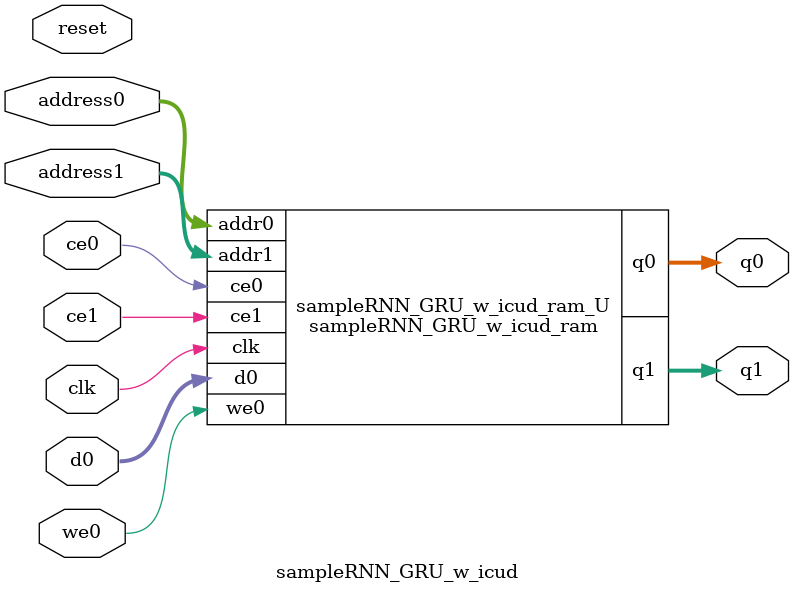
<source format=v>

`timescale 1 ns / 1 ps
module sampleRNN_GRU_w_icud_ram (addr0, ce0, d0, we0, q0, addr1, ce1, q1,  clk);

parameter DWIDTH = 32;
parameter AWIDTH = 14;
parameter MEM_SIZE = 12288;

input[AWIDTH-1:0] addr0;
input ce0;
input[DWIDTH-1:0] d0;
input we0;
output reg[DWIDTH-1:0] q0;
input[AWIDTH-1:0] addr1;
input ce1;
output reg[DWIDTH-1:0] q1;
input clk;

(* ram_style = "block" *)reg [DWIDTH-1:0] ram[0:MEM_SIZE-1];




always @(posedge clk)  
begin 
    if (ce0) 
    begin
        if (we0) 
        begin 
            ram[addr0] <= d0; 
            q0 <= d0;
        end 
        else 
            q0 <= ram[addr0];
    end
end


always @(posedge clk)  
begin 
    if (ce1) 
    begin
            q1 <= ram[addr1];
    end
end


endmodule


`timescale 1 ns / 1 ps
module sampleRNN_GRU_w_icud(
    reset,
    clk,
    address0,
    ce0,
    we0,
    d0,
    q0,
    address1,
    ce1,
    q1);

parameter DataWidth = 32'd32;
parameter AddressRange = 32'd12288;
parameter AddressWidth = 32'd14;
input reset;
input clk;
input[AddressWidth - 1:0] address0;
input ce0;
input we0;
input[DataWidth - 1:0] d0;
output[DataWidth - 1:0] q0;
input[AddressWidth - 1:0] address1;
input ce1;
output[DataWidth - 1:0] q1;



sampleRNN_GRU_w_icud_ram sampleRNN_GRU_w_icud_ram_U(
    .clk( clk ),
    .addr0( address0 ),
    .ce0( ce0 ),
    .we0( we0 ),
    .d0( d0 ),
    .q0( q0 ),
    .addr1( address1 ),
    .ce1( ce1 ),
    .q1( q1 ));

endmodule


</source>
